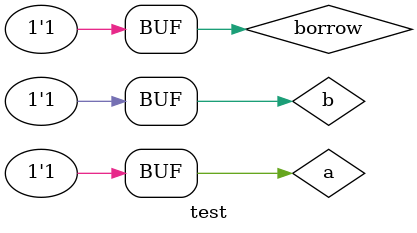
<source format=v>
`timescale 1ns / 1ps


module test;

	// Inputs
	reg borrow;
	reg a;
	reg b;

	// Outputs
	wire d;
	wire borrowout;

	// Instantiate the Unit Under Test (UUT)
	onebit_sub uut (
		.borrow(borrow), 
		.a(a), 
		.b(b), 
		.d(d), 
		.borrowout(borrowout)
	);

	initial begin
		// Initialize Inputs
		borrow = 0;
		a = 0;
		b = 0;

		#100;
      a=1;
		b=0;
		#100
		a=0;
		b=1;
		borrow=1;
		#100
		a=1;
		b=1;
		borrow=1;

	end
      
endmodule


</source>
